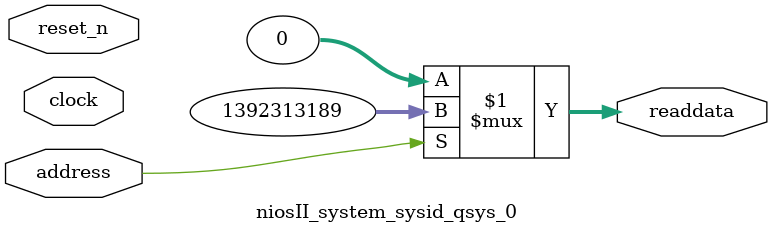
<source format=v>

`timescale 1ns / 1ps
// synthesis translate_on

// turn off superfluous verilog processor warnings 
// altera message_level Level1 
// altera message_off 10034 10035 10036 10037 10230 10240 10030 

module niosII_system_sysid_qsys_0 (
               // inputs:
                address,
                clock,
                reset_n,

               // outputs:
                readdata
             )
;

  output  [ 31: 0] readdata;
  input            address;
  input            clock;
  input            reset_n;

  wire    [ 31: 0] readdata;
  //control_slave, which is an e_avalon_slave
  assign readdata = address ? 1392313189 : 0;

endmodule




</source>
